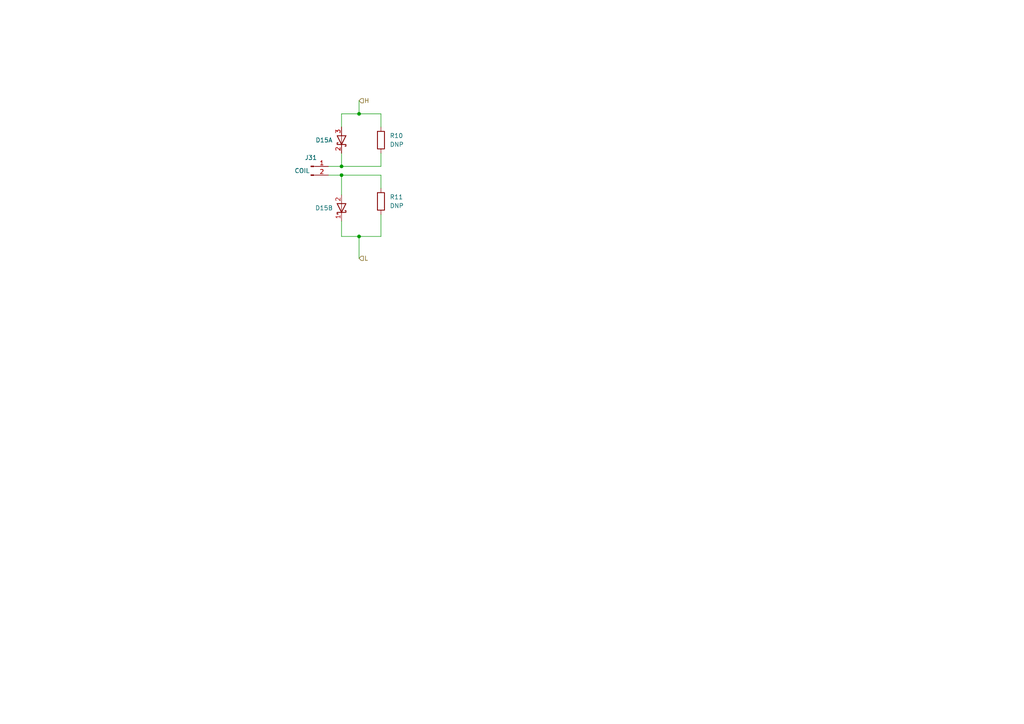
<source format=kicad_sch>
(kicad_sch (version 20230121) (generator eeschema)
  (paper "A4")
  (lib_symbols
    (symbol "Connector:Conn_01x02_Pin" (pin_names (offset 1.016) hide)
      (property "Reference" "J" (at 0 2.54 0))
      (property "Value" "Conn_01x02_Pin" (at 0 -5.08 0))
      (symbol "Conn_01x02_Pin_1_1"
        (polyline (pts (xy 1.27 -2.54) (xy 0.8636 -2.54)) (stroke (width 0.1524)))
        (polyline (pts (xy 1.27 0) (xy 0.8636 0)) (stroke (width 0.1524)))
        (rectangle (start 0.8636 -2.413) (end 0 -2.667) (stroke (width 0.1524)) (fill (type outline)))
        (rectangle (start 0.8636 0.127) (end 0 -0.127) (stroke (width 0.1524)) (fill (type outline)))
        (pin passive line (at 5.08 0 180) (length 3.81) (name "Pin_1") (number "1"))
        (pin passive line (at 5.08 -2.54 180) (length 3.81) (name "Pin_2") (number "2"))
      )
    )
    (symbol "Device:D_Schottky_Dual_Series_KCA_Split" (pin_names (offset 0.762) hide)
      (property "Reference" "D" (at 0 2.54 0))
      (property "Value" "D_Schottky_Dual_Series_KCA_Split" (at 0 -2.54 0))
      (symbol "D_Schottky_Dual_Series_KCA_Split_0_1"
        (pin passive line (at 3.81 0 180) (length 2.54) (name "K") (number "2"))
      )
      (symbol "D_Schottky_Dual_Series_KCA_Split_1_1"
        (polyline (pts (xy 1.27 0) (xy -1.27 0)))
        (polyline (pts (xy -1.27 1.27) (xy 1.27 0) (xy -1.27 -1.27) (xy -1.27 1.27) (xy -1.27 1.27) (xy -1.27 1.27)) (stroke (width 0.254)))
        (polyline (pts (xy 1.778 1.016) (xy 1.778 1.27) (xy 1.27 1.27) (xy 1.27 -1.27) (xy 0.762 -1.27) (xy 0.762 -1.016)) (stroke (width 0.254)))
        (pin passive line (at -3.81 0 0) (length 2.54) (name "A") (number "3"))
      )
      (symbol "D_Schottky_Dual_Series_KCA_Split_2_1"
        (polyline (pts (xy -1.27 0) (xy 1.27 0)))
        (polyline (pts (xy -1.778 1.016) (xy -1.778 1.27) (xy -1.27 1.27) (xy -1.27 -1.27) (xy -0.762 -1.27) (xy -0.762 -1.016)) (stroke (width 0.254)))
        (polyline (pts (xy 1.27 1.27) (xy -1.27 0) (xy 1.27 -1.27) (xy 1.27 1.27) (xy 1.27 1.27) (xy 1.27 1.27)) (stroke (width 0.254)))
        (pin passive line (at -3.81 0 0) (length 2.54) (name "K") (number "1"))
      )
    )
    (symbol "Device:R" (pin_numbers hide) (pin_names (offset 0))
      (property "Reference" "R" (at 2.032 0 90))
      (property "Value" "R" (at 0 0 90))
      (symbol "R_0_1"
        (rectangle (start -1.016 -2.54) (end 1.016 2.54) (stroke (width 0.254)))
      )
      (symbol "R_1_1"
        (pin passive line (at 0 3.81 270) (length 1.27) (name "~") (number "1"))
        (pin passive line (at 0 -3.81 90) (length 1.27) (name "~") (number "2"))
      )
    )
  )
  (junction (at 99.06 48.26))
  (junction (at 104.14 68.58))
  (junction (at 99.06 50.8))
  (junction (at 104.14 33.02))
  (wire (pts (xy 99.06 50.8) (xy 99.06 56.515)))
  (wire (pts (xy 104.14 33.02) (xy 104.14 29.21)))
  (wire (pts (xy 104.14 68.58) (xy 104.14 74.93)))
  (wire (pts (xy 110.49 62.23) (xy 110.49 68.58)))
  (wire (pts (xy 99.06 36.83) (xy 99.06 33.02)))
  (wire (pts (xy 99.06 33.02) (xy 104.14 33.02)))
  (wire (pts (xy 110.49 33.02) (xy 104.14 33.02)))
  (wire (pts (xy 104.14 68.58) (xy 99.06 68.58)))
  (wire (pts (xy 99.06 48.26) (xy 95.25 48.26)))
  (wire (pts (xy 99.06 44.45) (xy 99.06 48.26)))
  (wire (pts (xy 110.49 48.26) (xy 99.06 48.26)))
  (wire (pts (xy 110.49 36.83) (xy 110.49 33.02)))
  (wire (pts (xy 110.49 54.61) (xy 110.49 50.8)))
  (wire (pts (xy 110.49 50.8) (xy 99.06 50.8)))
  (wire (pts (xy 99.06 68.58) (xy 99.06 64.135)))
  (wire (pts (xy 110.49 44.45) (xy 110.49 48.26)))
  (wire (pts (xy 95.25 50.8) (xy 99.06 50.8)))
  (wire (pts (xy 110.49 68.58) (xy 104.14 68.58)))
  (hierarchical_label "L" (shape input) (at 104.14 74.93 0))
  (hierarchical_label "H" (shape input) (at 104.14 29.21 0))
  (symbol (lib_id "Device:D_Schottky_Dual_Series_KCA_Split") (at 99.06 60.325 90) (unit 2)
    (property "Reference" "D15" (at 93.98 60.325 90))
    (property "Value" "D_Schottky_Dual_Series_KCA_Split" (effects hide))
    (instances (project "spirit-board" (path "" (reference "D15") (unit 2)) (path "" (reference "D18") (unit 2)) (path "" (reference "D1") (unit 2)) (path "" (reference "D20") (unit 2)) (path "" (reference "D2") (unit 2)) (path "" (reference "D3") (unit 2)) (path "" (reference "D4") (unit 2)) (path "" (reference "D5") (unit 2)) (path "" (reference "D6") (unit 2)) (path "" (reference "D21") (unit 2)) (path "" (reference "D29") (unit 2)) (path "" (reference "D30") (unit 2)) (path "" (reference "D25") (unit 2)) (path "" (reference "D27") (unit 2)) (path "" (reference "D23") (unit 2)) (path "" (reference "D7") (unit 2)) (path "" (reference "D31") (unit 2)) (path "" (reference "D16") (unit 2)) (path "" (reference "D22") (unit 2)) (path "" (reference "D15") (unit 2)) (path "" (reference "D13") (unit 2)) (path "" (reference "D11") (unit 2)) (path "" (reference "D9") (unit 2)) (path "" (reference "D8") (unit 2)) (path "" (reference "D10") (unit 2)) (path "" (reference "D12") (unit 2)) (path "" (reference "D22") (unit 2)) (path "" (reference "D16") (unit 2)) (path "" (reference "D14") (unit 2)) (path "" (reference "D28") (unit 2)) (path "" (reference "D26") (unit 2)) (path "" (reference "D28") (unit 2)) (path "" (reference "D24") (unit 2)) (path "" (reference "D35") (unit 2)) (path "" (reference "D33") (unit 2)) (path "" (reference "D19") (unit 2)) (path "" (reference "D32") (unit 2)) (path "" (reference "D17") (unit 2)) (path "" (reference "D34") (unit 2))))
  )
  (symbol (lib_id "Device:D_Schottky_Dual_Series_KCA_Split") (at 99.06 40.64 270) (unit 1)
    (property "Reference" "D15" (at 93.98 40.64 90))
    (property "Value" "D_Schottky_Dual_Series_KCA_Split" (effects hide))
    (instances (project "spirit-board" (path "" (reference "D15") (unit 1)) (path "" (reference "D18") (unit 1)) (path "" (reference "D1") (unit 1)) (path "" (reference "D20") (unit 1)) (path "" (reference "D2") (unit 1)) (path "" (reference "D3") (unit 1)) (path "" (reference "D4") (unit 1)) (path "" (reference "D5") (unit 1)) (path "" (reference "D6") (unit 1)) (path "" (reference "D8") (unit 1)) (path "" (reference "D28") (unit 1)) (path "" (reference "D30") (unit 1)) (path "" (reference "D24") (unit 1)) (path "" (reference "D26") (unit 1)) (path "" (reference "D22") (unit 1)) (path "" (reference "D7") (unit 1)) (path "" (reference "D31") (unit 1)) (path "" (reference "D15") (unit 1)) (path "" (reference "D21") (unit 1)) (path "" (reference "D14") (unit 1)) (path "" (reference "D13") (unit 1)) (path "" (reference "D12") (unit 1)) (path "" (reference "D10") (unit 1)) (path "" (reference "D9") (unit 1)) (path "" (reference "D11") (unit 1)) (path "" (reference "D13") (unit 1)) (path "" (reference "D16") (unit 1)) (path "" (reference "D15") (unit 1)) (path "" (reference "D14") (unit 1)) (path "" (reference "D27") (unit 1)) (path "" (reference "D25") (unit 1)) (path "" (reference "D27") (unit 1)) (path "" (reference "D23") (unit 1)) (path "" (reference "D33") (unit 1)) (path "" (reference "D29") (unit 1)) (path "" (reference "D19") (unit 1)) (path "" (reference "D19") (unit 1)) (path "" (reference "D17") (unit 1)) (path "" (reference "D32") (unit 1))))
  )
  (symbol (lib_id "Device:R") (at 110.49 40.64 0) (unit 1)
    (property "Reference" "R10" (at 113.03 39.37 0) (effects (justify left)))
    (property "Value" "DNP" (at 113.03 41.91 0) (effects (justify left)))
    (instances (project "spirit-board" (path "" (reference "R10") (unit 1)) (path "" (reference "R12") (unit 1)) (path "" (reference "R14") (unit 1)) (path "" (reference "R16") (unit 1)) (path "" (reference "R18") (unit 1)) (path "" (reference "R20") (unit 1)) (path "" (reference "R22") (unit 1)) (path "" (reference "R24") (unit 1)) (path "" (reference "R28") (unit 1)) (path "" (reference "R36") (unit 1)) (path "" (reference "R40") (unit 1)) (path "" (reference "R32") (unit 1)) (path "" (reference "R34") (unit 1)) (path "" (reference "R30") (unit 1)) (path "" (reference "R26") (unit 1)) (path "" (reference "R38") (unit 1)) (path "" (reference "R60") (unit 1)) (path "" (reference "R64") (unit 1)) (path "" (reference "R56") (unit 1)) (path "" (reference "R52") (unit 1)) (path "" (reference "R48") (unit 1)) (path "" (reference "R44") (unit 1)) (path "" (reference "R42") (unit 1)) (path "" (reference "R46") (unit 1)) (path "" (reference "R50") (unit 1)) (path "" (reference "R62") (unit 1)) (path "" (reference "R58") (unit 1)) (path "" (reference "R54") (unit 1)) (path "" (reference "R72") (unit 1)) (path "" (reference "R68") (unit 1)) (path "" (reference "R70") (unit 1)) (path "" (reference "R66") (unit 1)) (path "" (reference "R84") (unit 1)) (path "" (reference "R80") (unit 1)) (path "" (reference "R76") (unit 1)) (path "" (reference "R78") (unit 1)) (path "" (reference "R74") (unit 1)) (path "" (reference "R82") (unit 1))))
  )
  (symbol (lib_id "Connector:Conn_01x02_Pin") (at 90.17 48.26 0) (unit 1)
    (property "Reference" "J31" (at 90.17 45.72 0))
    (property "Value" "COIL" (at 87.63 49.53 0))
    (instances (project "spirit-board" (path "" (reference "J31") (unit 1)) (path "" (reference "J40") (unit 1)) (path "" (reference "J3") (unit 1)) (path "" (reference "J4") (unit 1)) (path "" (reference "J5") (unit 1)) (path "" (reference "J6") (unit 1)) (path "" (reference "J7") (unit 1)) (path "" (reference "J8") (unit 1)) (path "" (reference "J9") (unit 1)) (path "" (reference "J11") (unit 1)) (path "" (reference "J15") (unit 1)) (path "" (reference "J17") (unit 1)) (path "" (reference "J13") (unit 1)) (path "" (reference "J14") (unit 1)) (path "" (reference "J12") (unit 1)) (path "" (reference "J10") (unit 1)) (path "" (reference "J16") (unit 1)) (path "" (reference "J27") (unit 1)) (path "" (reference "J29") (unit 1)) (path "" (reference "J25") (unit 1)) (path "" (reference "J23") (unit 1)) (path "" (reference "J21") (unit 1)) (path "" (reference "J19") (unit 1)) (path "" (reference "J18") (unit 1)) (path "" (reference "J20") (unit 1)) (path "" (reference "J22") (unit 1)) (path "" (reference "J28") (unit 1)) (path "" (reference "J26") (unit 1)) (path "" (reference "J24") (unit 1)) (path "" (reference "J33") (unit 1)) (path "" (reference "J31") (unit 1)) (path "" (reference "J32") (unit 1)) (path "" (reference "J30") (unit 1)) (path "" (reference "J42") (unit 1)) (path "" (reference "J39") (unit 1)) (path "" (reference "J35") (unit 1)) (path "" (reference "J37") (unit 1)) (path "" (reference "J34") (unit 1)) (path "" (reference "J41") (unit 1))))
  )
  (symbol (lib_id "Device:R") (at 110.49 58.42 0) (unit 1)
    (property "Reference" "R11" (at 113.03 57.15 0) (effects (justify left)))
    (property "Value" "DNP" (at 113.03 59.69 0) (effects (justify left)))
    (instances (project "spirit-board" (path "" (reference "R11") (unit 1)) (path "" (reference "R13") (unit 1)) (path "" (reference "R15") (unit 1)) (path "" (reference "R17") (unit 1)) (path "" (reference "R19") (unit 1)) (path "" (reference "R21") (unit 1)) (path "" (reference "R23") (unit 1)) (path "" (reference "R25") (unit 1)) (path "" (reference "R29") (unit 1)) (path "" (reference "R37") (unit 1)) (path "" (reference "R41") (unit 1)) (path "" (reference "R33") (unit 1)) (path "" (reference "R35") (unit 1)) (path "" (reference "R31") (unit 1)) (path "" (reference "R27") (unit 1)) (path "" (reference "R39") (unit 1)) (path "" (reference "R61") (unit 1)) (path "" (reference "R65") (unit 1)) (path "" (reference "R57") (unit 1)) (path "" (reference "R53") (unit 1)) (path "" (reference "R49") (unit 1)) (path "" (reference "R45") (unit 1)) (path "" (reference "R43") (unit 1)) (path "" (reference "R47") (unit 1)) (path "" (reference "R51") (unit 1)) (path "" (reference "R63") (unit 1)) (path "" (reference "R59") (unit 1)) (path "" (reference "R55") (unit 1)) (path "" (reference "R73") (unit 1)) (path "" (reference "R69") (unit 1)) (path "" (reference "R71") (unit 1)) (path "" (reference "R67") (unit 1)) (path "" (reference "R85") (unit 1)) (path "" (reference "R81") (unit 1)) (path "" (reference "R77") (unit 1)) (path "" (reference "R79") (unit 1)) (path "" (reference "R75") (unit 1)) (path "" (reference "R83") (unit 1))))
  )
)
</source>
